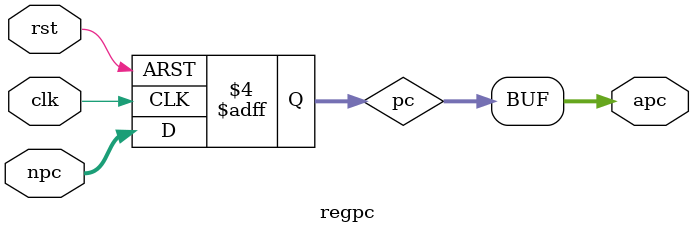
<source format=v>
module regpc(clk,rst,npc,apc);
    input clk;
    input rst;
    input [31:0] npc;
    output  [31:0] apc;
    reg [31:0] pc='b0;
    assign apc = pc;
    
    always @(posedge clk or negedge rst) begin
        if (rst=='b0) pc <= 0;
        else begin
            pc <= npc; 
        end  
    end
endmodule

</source>
